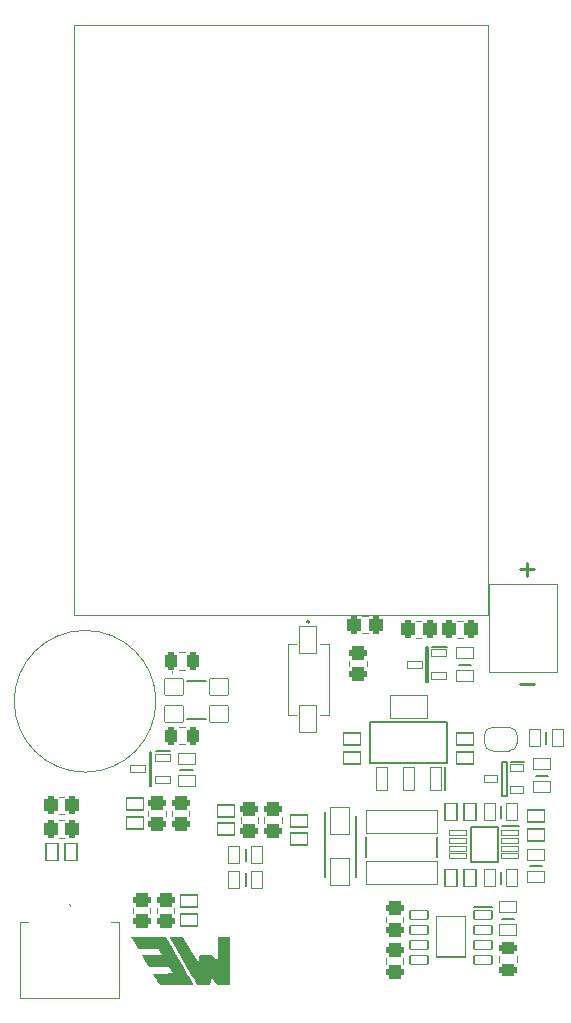
<source format=gbr>
%TF.GenerationSoftware,KiCad,Pcbnew,8.0.8*%
%TF.CreationDate,2025-02-11T19:44:29+01:00*%
%TF.ProjectId,PixelBytesHost,50697865-6c42-4797-9465-73486f73742e,rev?*%
%TF.SameCoordinates,Original*%
%TF.FileFunction,Legend,Bot*%
%TF.FilePolarity,Positive*%
%FSLAX46Y46*%
G04 Gerber Fmt 4.6, Leading zero omitted, Abs format (unit mm)*
G04 Created by KiCad (PCBNEW 8.0.8) date 2025-02-11 19:44:29*
%MOMM*%
%LPD*%
G01*
G04 APERTURE LIST*
G04 Aperture macros list*
%AMRoundRect*
0 Rectangle with rounded corners*
0 $1 Rounding radius*
0 $2 $3 $4 $5 $6 $7 $8 $9 X,Y pos of 4 corners*
0 Add a 4 corners polygon primitive as box body*
4,1,4,$2,$3,$4,$5,$6,$7,$8,$9,$2,$3,0*
0 Add four circle primitives for the rounded corners*
1,1,$1+$1,$2,$3*
1,1,$1+$1,$4,$5*
1,1,$1+$1,$6,$7*
1,1,$1+$1,$8,$9*
0 Add four rect primitives between the rounded corners*
20,1,$1+$1,$2,$3,$4,$5,0*
20,1,$1+$1,$4,$5,$6,$7,0*
20,1,$1+$1,$6,$7,$8,$9,0*
20,1,$1+$1,$8,$9,$2,$3,0*%
%AMFreePoly0*
4,1,35,0.535355,0.785355,0.550000,0.750000,0.550000,-0.750000,0.535355,-0.785355,0.500000,-0.800000,0.000000,-0.800000,-0.012286,-0.794911,-0.071157,-0.794911,-0.085244,-0.792886,-0.221795,-0.752791,-0.234740,-0.746879,-0.354462,-0.669938,-0.365217,-0.660618,-0.458414,-0.553063,-0.466109,-0.541091,-0.525228,-0.411637,-0.529237,-0.397982,-0.549491,-0.257116,-0.550000,-0.250000,-0.550000,0.250000,
-0.549491,0.257116,-0.529237,0.397982,-0.525228,0.411637,-0.466109,0.541091,-0.458414,0.553063,-0.365217,0.660618,-0.354462,0.669938,-0.234740,0.746879,-0.221795,0.752791,-0.085244,0.792886,-0.071157,0.794911,-0.012286,0.794911,0.000000,0.800000,0.500000,0.800000,0.535355,0.785355,0.535355,0.785355,$1*%
%AMFreePoly1*
4,1,35,0.012286,0.794911,0.071157,0.794911,0.085244,0.792886,0.221795,0.752791,0.234740,0.746879,0.354462,0.669938,0.365217,0.660618,0.458414,0.553063,0.466109,0.541091,0.525228,0.411637,0.529237,0.397982,0.549491,0.257116,0.550000,0.250000,0.550000,-0.250000,0.549491,-0.257116,0.529237,-0.397982,0.525228,-0.411637,0.466109,-0.541091,0.458414,-0.553063,0.365217,-0.660618,
0.354462,-0.669938,0.234740,-0.746879,0.221795,-0.752791,0.085244,-0.792886,0.071157,-0.794911,0.012286,-0.794911,0.000000,-0.800000,-0.500000,-0.800000,-0.535355,-0.785355,-0.550000,-0.750000,-0.550000,0.750000,-0.535355,0.785355,-0.500000,0.800000,0.000000,0.800000,0.012286,0.794911,0.012286,0.794911,$1*%
G04 Aperture macros list end*
%ADD10C,0.120000*%
%ADD11C,0.250000*%
%ADD12C,0.000000*%
%ADD13C,0.200000*%
%ADD14C,0.100000*%
%ADD15C,1.650000*%
%ADD16C,0.750000*%
%ADD17O,1.204000X2.304000*%
%ADD18O,1.204000X2.004000*%
%ADD19RoundRect,0.275000X0.500000X-0.275000X0.500000X0.275000X-0.500000X0.275000X-0.500000X-0.275000X0*%
%ADD20RoundRect,0.275000X-0.275000X-0.500000X0.275000X-0.500000X0.275000X0.500000X-0.275000X0.500000X0*%
%ADD21RoundRect,0.275000X0.275000X0.500000X-0.275000X0.500000X-0.275000X-0.500000X0.275000X-0.500000X0*%
%ADD22RoundRect,0.050000X0.762500X-0.350000X0.762500X0.350000X-0.762500X0.350000X-0.762500X-0.350000X0*%
%ADD23RoundRect,0.050000X1.256500X1.701000X-1.256500X1.701000X-1.256500X-1.701000X1.256500X-1.701000X0*%
%ADD24C,1.400000*%
%ADD25RoundRect,0.050000X0.625000X-0.300000X0.625000X0.300000X-0.625000X0.300000X-0.625000X-0.300000X0*%
%ADD26RoundRect,0.050000X-0.725000X0.500000X-0.725000X-0.500000X0.725000X-0.500000X0.725000X0.500000X0*%
%ADD27RoundRect,0.274390X-0.288110X-0.475610X0.288110X-0.475610X0.288110X0.475610X-0.288110X0.475610X0*%
%ADD28RoundRect,0.274390X0.475610X-0.288110X0.475610X0.288110X-0.475610X0.288110X-0.475610X-0.288110X0*%
%ADD29RoundRect,0.274390X-0.475610X0.288110X-0.475610X-0.288110X0.475610X-0.288110X0.475610X0.288110X0*%
%ADD30RoundRect,0.050000X0.725000X-0.500000X0.725000X0.500000X-0.725000X0.500000X-0.725000X-0.500000X0*%
%ADD31RoundRect,0.050000X-0.500000X-0.725000X0.500000X-0.725000X0.500000X0.725000X-0.500000X0.725000X0*%
%ADD32RoundRect,0.050000X3.000000X-1.005000X3.000000X1.005000X-3.000000X1.005000X-3.000000X-1.005000X0*%
%ADD33RoundRect,0.050000X-0.735000X0.510000X-0.735000X-0.510000X0.735000X-0.510000X0.735000X0.510000X0*%
%ADD34FreePoly0,0.000000*%
%ADD35FreePoly1,0.000000*%
%ADD36RoundRect,0.050000X0.525000X-0.300000X0.525000X0.300000X-0.525000X0.300000X-0.525000X-0.300000X0*%
%ADD37RoundRect,0.274390X0.288110X0.475610X-0.288110X0.475610X-0.288110X-0.475610X0.288110X-0.475610X0*%
%ADD38RoundRect,0.050000X0.735000X-0.510000X0.735000X0.510000X-0.735000X0.510000X-0.735000X-0.510000X0*%
%ADD39RoundRect,0.050000X-0.800000X0.700000X-0.800000X-0.700000X0.800000X-0.700000X0.800000X0.700000X0*%
%ADD40RoundRect,0.050000X0.500000X0.725000X-0.500000X0.725000X-0.500000X-0.725000X0.500000X-0.725000X0*%
%ADD41C,1.675000*%
%ADD42RoundRect,0.050000X0.510000X0.735000X-0.510000X0.735000X-0.510000X-0.735000X0.510000X-0.735000X0*%
%ADD43RoundRect,0.050000X0.750000X1.150000X-0.750000X1.150000X-0.750000X-1.150000X0.750000X-1.150000X0*%
%ADD44RoundRect,0.050000X0.700000X-0.225000X0.700000X0.225000X-0.700000X0.225000X-0.700000X-0.225000X0*%
%ADD45RoundRect,0.050000X-0.450000X-0.975000X0.450000X-0.975000X0.450000X0.975000X-0.450000X0.975000X0*%
%ADD46RoundRect,0.050000X1.600000X-0.975000X1.600000X0.975000X-1.600000X0.975000X-1.600000X-0.975000X0*%
%ADD47RoundRect,0.050000X0.775000X1.175000X-0.775000X1.175000X-0.775000X-1.175000X0.775000X-1.175000X0*%
%ADD48RoundRect,0.050000X-0.510000X-0.735000X0.510000X-0.735000X0.510000X0.735000X-0.510000X0.735000X0*%
G04 APERTURE END LIST*
D10*
X154700000Y-48600000D02*
X154700000Y-98600000D01*
X154700000Y-98600000D02*
X119700000Y-98600000D01*
X119700000Y-48600000D02*
X119700000Y-98600000D01*
X154700000Y-48600000D02*
X119700000Y-48600000D01*
D11*
X158578384Y-94732000D02*
X157435527Y-94732000D01*
X158006955Y-95303428D02*
X158006955Y-94160571D01*
X158578384Y-104432000D02*
X157435527Y-104432000D01*
D12*
%TO.C,G\u002A\u002A\u002A*%
G36*
X125980461Y-125850297D02*
G01*
X127441667Y-125850595D01*
X127802500Y-126471131D01*
X127858881Y-126568065D01*
X127935142Y-126699126D01*
X128024540Y-126852722D01*
X128125165Y-127025573D01*
X128235108Y-127214400D01*
X128352458Y-127415922D01*
X128475305Y-127626862D01*
X128601741Y-127843939D01*
X128729856Y-128063874D01*
X128857739Y-128283387D01*
X128983481Y-128499199D01*
X129038422Y-128593504D01*
X129152362Y-128789189D01*
X129261038Y-128975975D01*
X129363295Y-129151873D01*
X129457982Y-129314894D01*
X129543944Y-129463048D01*
X129620029Y-129594346D01*
X129685083Y-129706798D01*
X129737954Y-129798415D01*
X129777488Y-129867209D01*
X129802531Y-129911189D01*
X129811932Y-129928365D01*
X129809869Y-129931508D01*
X129796905Y-129935017D01*
X129770695Y-129938076D01*
X129729410Y-129940714D01*
X129671227Y-129942956D01*
X129594318Y-129944832D01*
X129496857Y-129946368D01*
X129377020Y-129947593D01*
X129232979Y-129948533D01*
X129062909Y-129949216D01*
X128864984Y-129949670D01*
X128637378Y-129949922D01*
X128378265Y-129950000D01*
X126936297Y-129950000D01*
X126765950Y-129662500D01*
X126718248Y-129581992D01*
X126651190Y-129468820D01*
X126584020Y-129355460D01*
X126522439Y-129251535D01*
X126472149Y-129166666D01*
X126348695Y-128958333D01*
X127212998Y-128950000D01*
X128077300Y-128941666D01*
X127909484Y-128654779D01*
X127741667Y-128367892D01*
X126869094Y-128363113D01*
X125996522Y-128358333D01*
X125713128Y-127875000D01*
X125664763Y-127792416D01*
X125600576Y-127682501D01*
X125543138Y-127583779D01*
X125494479Y-127499759D01*
X125456629Y-127433948D01*
X125431618Y-127389853D01*
X125421475Y-127370984D01*
X125421801Y-127368807D01*
X125432614Y-127364291D01*
X125459238Y-127360420D01*
X125503863Y-127357130D01*
X125568681Y-127354356D01*
X125655880Y-127352034D01*
X125767652Y-127350101D01*
X125906186Y-127348491D01*
X126073673Y-127347140D01*
X126272303Y-127345984D01*
X127131390Y-127341666D01*
X126986718Y-127104313D01*
X126842046Y-126866959D01*
X125978609Y-126862646D01*
X125115173Y-126858333D01*
X124817213Y-126354166D01*
X124519254Y-125850000D01*
X125980461Y-125850297D01*
G37*
G36*
X132850000Y-127900000D02*
G01*
X132850000Y-129950000D01*
X132308061Y-129950000D01*
X131766121Y-129950000D01*
X131537227Y-129600945D01*
X131486126Y-129523348D01*
X131427707Y-129435515D01*
X131377235Y-129360602D01*
X131337266Y-129302365D01*
X131310356Y-129264561D01*
X131299061Y-129250945D01*
X131297917Y-129252506D01*
X131291642Y-129277445D01*
X131281921Y-129329060D01*
X131269574Y-129402538D01*
X131255421Y-129493067D01*
X131240284Y-129595833D01*
X131190780Y-129941666D01*
X130666224Y-129945911D01*
X130141667Y-129950155D01*
X130115415Y-129904244D01*
X130111770Y-129897945D01*
X130092132Y-129864275D01*
X130057549Y-129805118D01*
X130009332Y-129722716D01*
X129948794Y-129619311D01*
X129877249Y-129497143D01*
X129796010Y-129358456D01*
X129706388Y-129205489D01*
X129609697Y-129040486D01*
X129507250Y-128865686D01*
X129400360Y-128683333D01*
X129270975Y-128462617D01*
X129082810Y-128141611D01*
X128910423Y-127847494D01*
X128753151Y-127579133D01*
X128610331Y-127335393D01*
X128481301Y-127115140D01*
X128365397Y-126917240D01*
X128261959Y-126740558D01*
X128170321Y-126583960D01*
X128089823Y-126446312D01*
X128019802Y-126326479D01*
X127959593Y-126223328D01*
X127908536Y-126135724D01*
X127865968Y-126062533D01*
X127831225Y-126002621D01*
X127803645Y-125954853D01*
X127782566Y-125918095D01*
X127767325Y-125891213D01*
X127757258Y-125873073D01*
X127751705Y-125862541D01*
X127750000Y-125858481D01*
X127760338Y-125856881D01*
X127800286Y-125855039D01*
X127866704Y-125853423D01*
X127955781Y-125852088D01*
X128063704Y-125851090D01*
X128186659Y-125850482D01*
X128320834Y-125850319D01*
X128891667Y-125850638D01*
X128956756Y-125962819D01*
X128963076Y-125973637D01*
X128989488Y-126018415D01*
X129030701Y-126087962D01*
X129085104Y-126179570D01*
X129151088Y-126290533D01*
X129227040Y-126418144D01*
X129311352Y-126559698D01*
X129402411Y-126712488D01*
X129498608Y-126873807D01*
X129598333Y-127040949D01*
X129648729Y-127125305D01*
X129772609Y-127331787D01*
X129880026Y-127509433D01*
X129971032Y-127658325D01*
X130045675Y-127778543D01*
X130104007Y-127870167D01*
X130146077Y-127933278D01*
X130171936Y-127967956D01*
X130181634Y-127974282D01*
X130185498Y-127954072D01*
X130194541Y-127904694D01*
X130207377Y-127833544D01*
X130222921Y-127746639D01*
X130240088Y-127650000D01*
X130291728Y-127358333D01*
X130825031Y-127354347D01*
X131358334Y-127350361D01*
X131566667Y-127643216D01*
X131589082Y-127674655D01*
X131650001Y-127759397D01*
X131704275Y-127833893D01*
X131748766Y-127893894D01*
X131780332Y-127935149D01*
X131795834Y-127953409D01*
X131798939Y-127953132D01*
X131802851Y-127941377D01*
X131806180Y-127914439D01*
X131808967Y-127870303D01*
X131811252Y-127806951D01*
X131813074Y-127722366D01*
X131814475Y-127614533D01*
X131815495Y-127481433D01*
X131816173Y-127321051D01*
X131816550Y-127131370D01*
X131816667Y-126910374D01*
X131816667Y-125850000D01*
X132333334Y-125850000D01*
X132850000Y-125850000D01*
X132850000Y-127900000D01*
G37*
D10*
%TO.C,C15*%
X155665000Y-127478748D02*
X155665000Y-128001252D01*
X157135000Y-127478748D02*
X157135000Y-128001252D01*
%TO.C,C8*%
X129061252Y-108065000D02*
X128538748Y-108065000D01*
X129061252Y-109535000D02*
X128538748Y-109535000D01*
%TO.C,C7*%
X128538748Y-101765000D02*
X129061252Y-101765000D01*
X128538748Y-103235000D02*
X129061252Y-103235000D01*
D13*
%TO.C,IC_BMS_TP1*%
X153550000Y-123295000D02*
X155075000Y-123295000D01*
D14*
%TO.C,LS1*%
X120600000Y-99900000D02*
X120600000Y-99900000D01*
X120600000Y-111900000D02*
X120600000Y-111900000D01*
X120600000Y-99900000D02*
G75*
G02*
X120600000Y-111900000I0J-6000000D01*
G01*
X120600000Y-111900000D02*
G75*
G02*
X120600000Y-99900000I0J6000000D01*
G01*
D13*
%TO.C,Q2*%
X126075000Y-110185000D02*
X126225000Y-110185000D01*
X126075000Y-113105000D02*
X126075000Y-110185000D01*
X126225000Y-110185000D02*
X126225000Y-113105000D01*
X126225000Y-113105000D02*
X126075000Y-113105000D01*
X126575000Y-110140000D02*
X127825000Y-110140000D01*
%TO.C,R4*%
X129725000Y-111695000D02*
X128675000Y-111695000D01*
D10*
%TO.C,R10*%
X118827064Y-113965000D02*
X118372936Y-113965000D01*
X118827064Y-115435000D02*
X118372936Y-115435000D01*
%TO.C,R14*%
X124665000Y-123372936D02*
X124665000Y-123827064D01*
X126135000Y-123372936D02*
X126135000Y-123827064D01*
%TO.C,R13*%
X125965000Y-115627064D02*
X125965000Y-115172936D01*
X127435000Y-115627064D02*
X127435000Y-115172936D01*
%TO.C,R16*%
X135765000Y-116177064D02*
X135765000Y-115722936D01*
X137235000Y-116177064D02*
X137235000Y-115722936D01*
%TO.C,R23*%
X146065000Y-128127064D02*
X146065000Y-127672936D01*
X147535000Y-128127064D02*
X147535000Y-127672936D01*
%TO.C,R24*%
X146065000Y-124122936D02*
X146065000Y-124577064D01*
X147535000Y-124122936D02*
X147535000Y-124577064D01*
D13*
%TO.C,R21*%
X155875000Y-124300000D02*
X156925000Y-124300000D01*
%TO.C,R25*%
X134200000Y-118375000D02*
X134200000Y-119425000D01*
%TO.C,L1*%
X144400000Y-117400000D02*
X144400000Y-119100000D01*
X150400000Y-117400000D02*
X150400000Y-119100000D01*
D10*
%TO.C,R3*%
X149077064Y-99065000D02*
X148622936Y-99065000D01*
X149077064Y-100535000D02*
X148622936Y-100535000D01*
D13*
%TO.C,R1*%
X152225000Y-102800000D02*
X153275000Y-102800000D01*
D10*
%TO.C,JP2*%
X154400000Y-109400000D02*
X154400000Y-108800000D01*
X155100000Y-108100000D02*
X156500000Y-108100000D01*
X156500000Y-110100000D02*
X155100000Y-110100000D01*
X157200000Y-108800000D02*
X157200000Y-109400000D01*
X154400000Y-108800000D02*
G75*
G02*
X155100000Y-108100000I699999J1D01*
G01*
X155100000Y-110100000D02*
G75*
G02*
X154400000Y-109400000I-1J699999D01*
G01*
X156500000Y-108100000D02*
G75*
G02*
X157200000Y-108800000I0J-700000D01*
G01*
X157200000Y-109400000D02*
G75*
G02*
X156500000Y-110100000I-700000J0D01*
G01*
%TO.C,R9*%
X118827064Y-115965000D02*
X118372936Y-115965000D01*
X118827064Y-117435000D02*
X118372936Y-117435000D01*
%TO.C,R31*%
X142965000Y-102914564D02*
X142965000Y-102460436D01*
X144435000Y-102914564D02*
X144435000Y-102460436D01*
%TO.C,R11*%
X126695000Y-123372936D02*
X126695000Y-123827064D01*
X128165000Y-123372936D02*
X128165000Y-123827064D01*
D13*
%TO.C,Q3*%
X155875000Y-111050000D02*
X156325000Y-111050000D01*
X155875000Y-113950000D02*
X155875000Y-111050000D01*
X156325000Y-111050000D02*
X156325000Y-113950000D01*
X156325000Y-113950000D02*
X155875000Y-113950000D01*
X156675000Y-111000000D02*
X157725000Y-111000000D01*
D10*
%TO.C,R32*%
X144072936Y-98665000D02*
X144527064Y-98665000D01*
X144072936Y-100135000D02*
X144527064Y-100135000D01*
D14*
%TO.C,Y1*%
X128000000Y-103400000D02*
X128000000Y-103400000D01*
X128000000Y-103500000D02*
X128000000Y-103500000D01*
D13*
X130800000Y-104200000D02*
X129200000Y-104200000D01*
X130800000Y-107400000D02*
X129200000Y-107400000D01*
D14*
X128000000Y-103400000D02*
G75*
G02*
X128000000Y-103500000I0J-50000D01*
G01*
X128000000Y-103500000D02*
G75*
G02*
X128000000Y-103400000I0J50000D01*
G01*
D13*
%TO.C,R28*%
X155800000Y-121375000D02*
X155800000Y-120325000D01*
D10*
%TO.C,R15*%
X133765000Y-115722936D02*
X133765000Y-116177064D01*
X135235000Y-115722936D02*
X135235000Y-116177064D01*
D14*
%TO.C,J2*%
X154800000Y-96000000D02*
X160550000Y-96000000D01*
X154800000Y-103400000D02*
X154800000Y-96000000D01*
X160550000Y-96000000D02*
X160550000Y-103400000D01*
X160550000Y-103400000D02*
X154800000Y-103400000D01*
D10*
%TO.C,R2*%
X152577064Y-99065000D02*
X152122936Y-99065000D01*
X152577064Y-100535000D02*
X152122936Y-100535000D01*
D13*
%TO.C,R27*%
X159325000Y-119850000D02*
X158275000Y-119850000D01*
D10*
%TO.C,R12*%
X127970000Y-115172936D02*
X127970000Y-115627064D01*
X129440000Y-115172936D02*
X129440000Y-115627064D01*
D14*
%TO.C,S1*%
X137750000Y-101050000D02*
X138500000Y-101050000D01*
X137750000Y-107050000D02*
X137750000Y-101050000D01*
X138500000Y-107050000D02*
X137750000Y-107050000D01*
D13*
X139400000Y-99150000D02*
X139400000Y-99150000D01*
X139600000Y-99150000D02*
X139600000Y-99150000D01*
D14*
X140500000Y-107050000D02*
X141250000Y-107050000D01*
X141250000Y-101050000D02*
X140500000Y-101050000D01*
X141250000Y-107050000D02*
X141250000Y-101050000D01*
D13*
X139400000Y-99150000D02*
G75*
G02*
X139600000Y-99150000I100000J0D01*
G01*
X139600000Y-99150000D02*
G75*
G02*
X139400000Y-99150000I-100000J0D01*
G01*
%TO.C,R30*%
X159650000Y-109525000D02*
X159650000Y-108475000D01*
%TO.C,IC3*%
X153250000Y-116550000D02*
X155550000Y-116550000D01*
X153250000Y-119550000D02*
X153250000Y-116550000D01*
X155550000Y-116550000D02*
X155550000Y-119550000D01*
X155550000Y-119550000D02*
X153250000Y-119550000D01*
X155900000Y-116500000D02*
X157300000Y-116500000D01*
D14*
%TO.C,SW_Toggle1*%
X115090000Y-124625000D02*
X115760000Y-124625000D01*
X115090000Y-131025000D02*
X115090000Y-124625000D01*
X119300000Y-123125000D02*
X119300000Y-123125000D01*
X119300000Y-123225000D02*
X119300000Y-123225000D01*
X122760000Y-124625000D02*
X123510000Y-124625000D01*
X123510000Y-124625000D02*
X123510000Y-131025000D01*
X123510000Y-131025000D02*
X115090000Y-131025000D01*
X119300000Y-123125000D02*
G75*
G02*
X119300000Y-123225000I0J-50000D01*
G01*
X119300000Y-123225000D02*
G75*
G02*
X119300000Y-123125000I0J50000D01*
G01*
D13*
%TO.C,IC2*%
X144750000Y-107670000D02*
X151250000Y-107670000D01*
X144750000Y-111120000D02*
X144750000Y-107670000D01*
X151100000Y-111470000D02*
X151100000Y-113420000D01*
X151250000Y-107670000D02*
X151250000Y-111120000D01*
X151250000Y-111120000D02*
X144750000Y-111120000D01*
%TO.C,R26*%
X155800000Y-114725000D02*
X155800000Y-115775000D01*
%TO.C,R29*%
X134200000Y-120475000D02*
X134200000Y-121525000D01*
%TO.C,D1*%
X140898000Y-115275000D02*
X140898000Y-120798000D01*
X143502000Y-120798000D02*
X143502000Y-115602000D01*
%TO.C,R22*%
X158775000Y-112200000D02*
X159825000Y-112200000D01*
%TO.C,Q1*%
X149475000Y-101340000D02*
X149625000Y-101340000D01*
X149475000Y-104260000D02*
X149475000Y-101340000D01*
X149625000Y-101340000D02*
X149625000Y-104260000D01*
X149625000Y-104260000D02*
X149475000Y-104260000D01*
X149975000Y-101295000D02*
X151225000Y-101295000D01*
%TD*%
%LPC*%
D14*
X152900000Y-119250000D02*
X151500000Y-119250000D01*
X151500000Y-116850000D01*
X152900000Y-116850000D01*
X152900000Y-119250000D01*
G36*
X152900000Y-119250000D02*
G01*
X151500000Y-119250000D01*
X151500000Y-116850000D01*
X152900000Y-116850000D01*
X152900000Y-119250000D01*
G37*
X157300000Y-119250000D02*
X155900000Y-119250000D01*
X155900000Y-116850000D01*
X157300000Y-116850000D01*
X157300000Y-119250000D01*
G36*
X157300000Y-119250000D02*
G01*
X155900000Y-119250000D01*
X155900000Y-116850000D01*
X157300000Y-116850000D01*
X157300000Y-119250000D01*
G37*
D15*
%TO.C,J1*%
X160170000Y-105900000D03*
X155090000Y-106916000D03*
X155090000Y-104884000D03*
%TD*%
D16*
%TO.C,J3*%
X135660000Y-124165000D03*
X141440000Y-124165000D03*
D17*
X134230000Y-123665000D03*
X142870000Y-123665000D03*
D18*
X134230000Y-127845000D03*
X142870000Y-127845000D03*
%TD*%
D19*
%TO.C,C15*%
X156400000Y-128690000D03*
X156400000Y-126790000D03*
%TD*%
D20*
%TO.C,C8*%
X127850000Y-108800000D03*
X129750000Y-108800000D03*
%TD*%
D21*
%TO.C,C7*%
X129750000Y-102500000D03*
X127850000Y-102500000D03*
%TD*%
D22*
%TO.C,IC_BMS_TP1*%
X154312000Y-123995000D03*
X154312000Y-125265000D03*
X154312000Y-126535000D03*
X154312000Y-127805000D03*
X148888000Y-127805000D03*
X148888000Y-126535000D03*
X148888000Y-125265000D03*
X148888000Y-123995000D03*
D23*
X151600000Y-125900000D03*
%TD*%
D24*
%TO.C,LS1*%
X116800000Y-105900000D03*
X124400000Y-105900000D03*
%TD*%
D25*
%TO.C,Q2*%
X127200000Y-110690000D03*
X127200000Y-112600000D03*
X125100000Y-111645000D03*
%TD*%
D26*
%TO.C,R4*%
X129200000Y-110745000D03*
X129200000Y-112645000D03*
%TD*%
D27*
%TO.C,R10*%
X117687500Y-114700000D03*
X119512500Y-114700000D03*
%TD*%
D28*
%TO.C,R14*%
X125400000Y-124512500D03*
X125400000Y-122687500D03*
%TD*%
D29*
%TO.C,R13*%
X126700000Y-114487500D03*
X126700000Y-116312500D03*
%TD*%
%TO.C,R16*%
X136500000Y-115037500D03*
X136500000Y-116862500D03*
%TD*%
%TO.C,R23*%
X146800000Y-126987500D03*
X146800000Y-128812500D03*
%TD*%
D28*
%TO.C,R24*%
X146800000Y-125262500D03*
X146800000Y-123437500D03*
%TD*%
D30*
%TO.C,R21*%
X156400000Y-125250000D03*
X156400000Y-123350000D03*
%TD*%
D31*
%TO.C,R25*%
X133250000Y-118900000D03*
X135150000Y-118900000D03*
%TD*%
D32*
%TO.C,L1*%
X147400000Y-120400000D03*
X147400000Y-116100000D03*
%TD*%
D33*
%TO.C,C21*%
X138700000Y-116000000D03*
X138700000Y-117600000D03*
%TD*%
D27*
%TO.C,R3*%
X147937500Y-99800000D03*
X149762500Y-99800000D03*
%TD*%
D30*
%TO.C,R1*%
X152750000Y-103750000D03*
X152750000Y-101850000D03*
%TD*%
D34*
%TO.C,JP2*%
X155150000Y-109100000D03*
D35*
X156450000Y-109100000D03*
%TD*%
D27*
%TO.C,R9*%
X117687500Y-116700000D03*
X119512500Y-116700000D03*
%TD*%
D29*
%TO.C,R31*%
X143700000Y-101775000D03*
X143700000Y-103600000D03*
%TD*%
D28*
%TO.C,R11*%
X127430000Y-124512500D03*
X127430000Y-122687500D03*
%TD*%
D36*
%TO.C,Q3*%
X157200000Y-111550000D03*
X157200000Y-113450000D03*
X155000000Y-112500000D03*
%TD*%
D37*
%TO.C,R32*%
X145212500Y-99400000D03*
X143387500Y-99400000D03*
%TD*%
D38*
%TO.C,C12*%
X132575000Y-116750000D03*
X132575000Y-115150000D03*
%TD*%
D39*
%TO.C,Y1*%
X128100000Y-104650000D03*
X131900000Y-104650000D03*
X131900000Y-106950000D03*
X128100000Y-106950000D03*
%TD*%
D40*
%TO.C,R28*%
X156750000Y-120850000D03*
X154850000Y-120850000D03*
%TD*%
D28*
%TO.C,R15*%
X134500000Y-116862500D03*
X134500000Y-115037500D03*
%TD*%
D41*
%TO.C,J2*%
X158200000Y-98450000D03*
X158200000Y-100950000D03*
%TD*%
D27*
%TO.C,R2*%
X151437500Y-99800000D03*
X153262500Y-99800000D03*
%TD*%
D42*
%TO.C,C19*%
X153200000Y-120850000D03*
X151600000Y-120850000D03*
%TD*%
D26*
%TO.C,R27*%
X158800000Y-118900000D03*
X158800000Y-120800000D03*
%TD*%
D28*
%TO.C,R12*%
X128705000Y-116312500D03*
X128705000Y-114487500D03*
%TD*%
D43*
%TO.C,S1*%
X139500000Y-100700000D03*
X139500000Y-107400000D03*
%TD*%
D33*
%TO.C,C18*%
X158800000Y-115650000D03*
X158800000Y-117250000D03*
%TD*%
D42*
%TO.C,C20*%
X153200000Y-115250000D03*
X151600000Y-115250000D03*
%TD*%
D40*
%TO.C,R30*%
X160600000Y-109000000D03*
X158700000Y-109000000D03*
%TD*%
D44*
%TO.C,IC3*%
X156600000Y-117075000D03*
X156600000Y-117725000D03*
X156600000Y-118375000D03*
X156600000Y-119025000D03*
X152200000Y-119025000D03*
X152200000Y-118375000D03*
X152200000Y-117725000D03*
X152200000Y-117075000D03*
%TD*%
D24*
%TO.C,SW_Toggle1*%
X119300000Y-124225000D03*
X116760000Y-124225000D03*
X121840000Y-124225000D03*
%TD*%
D38*
%TO.C,C16*%
X152800000Y-110700000D03*
X152800000Y-109100000D03*
%TD*%
D45*
%TO.C,IC2*%
X150300000Y-112445000D03*
X148000000Y-112445000D03*
X145700000Y-112445000D03*
D46*
X148000000Y-106345000D03*
%TD*%
D31*
%TO.C,R26*%
X154850000Y-115250000D03*
X156750000Y-115250000D03*
%TD*%
%TO.C,R29*%
X133250000Y-121000000D03*
X135150000Y-121000000D03*
%TD*%
D38*
%TO.C,C17*%
X143200000Y-110700000D03*
X143200000Y-109100000D03*
%TD*%
D47*
%TO.C,D1*%
X142200000Y-116050000D03*
X142200000Y-120350000D03*
%TD*%
D38*
%TO.C,C10*%
X129400000Y-124400000D03*
X129400000Y-122800000D03*
%TD*%
D33*
%TO.C,C11*%
X124805000Y-114600000D03*
X124805000Y-116200000D03*
%TD*%
D30*
%TO.C,R22*%
X159300000Y-113150000D03*
X159300000Y-111250000D03*
%TD*%
D25*
%TO.C,Q1*%
X150600000Y-101845000D03*
X150600000Y-103755000D03*
X148500000Y-102800000D03*
%TD*%
D48*
%TO.C,C9*%
X117800000Y-118700000D03*
X119400000Y-118700000D03*
%TD*%
%LPD*%
M02*

</source>
